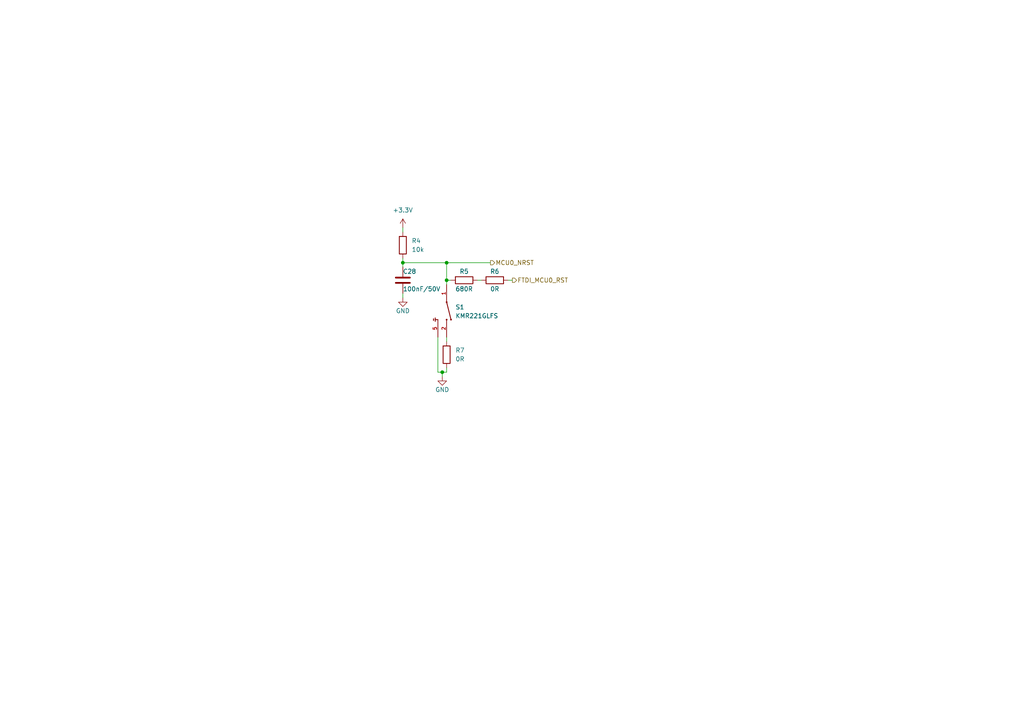
<source format=kicad_sch>
(kicad_sch (version 20230121) (generator eeschema)
  (paper "A4")
  (title_block (title "MCU0 reset") (date "2023-12-29") (rev "V1.0") (company "Valais Wallis Racing Team") (comment 1 "Bétrisey Mattia"))
  (lib_symbols
    (symbol "Device:C" (pin_numbers hide) (pin_names (offset 0.254))
      (property "Reference" "C" (at 0.635 2.54 0))
      (property "Value" "C" (at 0.635 -2.54 0))
      (symbol "C_0_1"
        (polyline (pts (xy -2.032 -0.762) (xy 2.032 -0.762)) (stroke (width 0.508)))
        (polyline (pts (xy -2.032 0.762) (xy 2.032 0.762)) (stroke (width 0.508)))
      )
      (symbol "C_1_1"
        (pin passive line (at 0 3.81 270) (length 2.794) (name "~") (number "1"))
        (pin passive line (at 0 -3.81 90) (length 2.794) (name "~") (number "2"))
      )
    )
    (symbol "Device:R" (pin_numbers hide) (pin_names (offset 0))
      (property "Reference" "R" (at 2.032 0 90))
      (property "Value" "R" (at 0 0 90))
      (symbol "R_0_1"
        (rectangle (start -1.016 -2.54) (end 1.016 2.54) (stroke (width 0.254)))
      )
      (symbol "R_1_1"
        (pin passive line (at 0 3.81 270) (length 1.27) (name "~") (number "1"))
        (pin passive line (at 0 -3.81 90) (length 1.27) (name "~") (number "2"))
      )
    )
    (symbol "KMR221GLFS:KMR221GLFS" (pin_names (offset 1.016))
      (property "Reference" "S" (at -2.5401 2.2861 0))
      (property "Value" "KMR221GLFS" (at -2.7973 -6.3576 0))
      (symbol "KMR221GLFS_0_0"
        (circle (center -2.54 0) (radius 0.127) (stroke (width 0.254)))
        (polyline (pts (xy -2.54 0) (xy 2.54 1.27)) (stroke (width 0.254)))
        (polyline (pts (xy 2.286 -3.81) (xy 2.794 -3.81)) (stroke (width 0.254)))
        (polyline (pts (xy 2.54 -3.302) (xy 2.032 -3.302)) (stroke (width 0.254)))
        (polyline (pts (xy 2.54 -3.302) (xy 3.048 -3.302)) (stroke (width 0.254)))
        (polyline (pts (xy 2.54 -2.54) (xy 2.54 -3.302)) (stroke (width 0.254)))
        (circle (center 2.54 0) (radius 0.127) (stroke (width 0.254)))
        (circle (center 2.54 1.27) (radius 0.127) (stroke (width 0.254)))
        (pin passive line (at -7.62 0 0) (length 5.08) (name "~") (number "1"))
        (pin passive line (at 7.62 0 180) (length 5.08) (name "~") (number "2"))
        (pin passive line (at 7.62 -2.54 180) (length 5.08) (name "~") (number "5"))
      )
    )
    (symbol "bmsPower_Symbols:+3V3_0" (power) (in_bom no) (on_board no)
      (property "Value" "+3V3_0" (at 0 3.302 0))
      (symbol "+3V3_0_0_1"
        (polyline (pts (xy -0.762 1.27) (xy 0 2.54)))
        (polyline (pts (xy 0 0) (xy 0 2.54)))
        (polyline (pts (xy 0 2.54) (xy 0.762 1.27)))
      )
      (symbol "+3V3_0_1_1"
        (pin power_in line (at 0 0 90) (length 0) hide (name "+3.3V") (number "1"))
      )
    )
    (symbol "bmsPower_Symbols:GND_0" (power) (in_bom no) (on_board no)
      (property "Value" "GND_0" (at 0 -4.064 0))
      (symbol "GND_0_0_1"
        (polyline (pts (xy 0 0) (xy 0 -1.27) (xy 1.27 -1.27) (xy 0 -2.54) (xy -1.27 -1.27) (xy 0 -1.27)))
      )
      (symbol "GND_0_1_1"
        (pin power_in line (at 0 0 270) (length 0) hide (name "GND") (number "1"))
      )
    )
  )
  (junction (at 128.27 107.95))
  (junction (at 129.54 81.28))
  (junction (at 129.54 76.2))
  (junction (at 116.84 76.2))
  (wire (pts (xy 129.54 97.79) (xy 129.54 99.06)))
  (wire (pts (xy 129.54 81.28) (xy 129.54 82.55)))
  (wire (pts (xy 129.54 81.28) (xy 130.81 81.28)))
  (wire (pts (xy 116.84 66.04) (xy 116.84 67.31)))
  (wire (pts (xy 116.84 85.09) (xy 116.84 86.36)))
  (wire (pts (xy 116.84 74.93) (xy 116.84 76.2)))
  (wire (pts (xy 128.27 107.95) (xy 129.54 107.95)))
  (wire (pts (xy 147.32 81.28) (xy 148.59 81.28)))
  (wire (pts (xy 128.27 107.95) (xy 128.27 109.22)))
  (wire (pts (xy 116.84 76.2) (xy 129.54 76.2)))
  (wire (pts (xy 129.54 106.68) (xy 129.54 107.95)))
  (wire (pts (xy 129.54 76.2) (xy 129.54 81.28)))
  (wire (pts (xy 128.27 107.95) (xy 127 107.95)))
  (wire (pts (xy 127 107.95) (xy 127 97.79)))
  (wire (pts (xy 129.54 76.2) (xy 142.24 76.2)))
  (wire (pts (xy 138.43 81.28) (xy 139.7 81.28)))
  (wire (pts (xy 116.84 76.2) (xy 116.84 77.47)))
  (hierarchical_label "FTDI_MCU0_RST" (shape output) (at 148.59 81.28 0))
  (hierarchical_label "MCU0_NRST" (shape output) (at 142.24 76.2 0))
  (symbol (lib_id "bmsPower_Symbols:GND_0") (at 116.84 86.36 0) (unit 1) (in_bom no) (on_board no)
    (property "Reference" "#PWR022" (effects hide))
    (property "Value" "GND_0" (at 116.84 90.17 0))
  )
  (symbol (lib_id "Device:R") (at 143.51 81.28 90) (unit 1)
    (property "Reference" "R6" (at 143.51 78.74 90))
    (property "Value" "0R" (at 143.51 83.82 90))
    (property "Footprint" "Resistor_SMD:R_0603_1608Metric" (effects hide))
  )
  (symbol (lib_id "Device:R") (at 116.84 71.12 0) (unit 1)
    (property "Reference" "R4" (at 119.38 69.85 0) (effects (justify left)))
    (property "Value" "10k" (at 119.38 72.39 0) (effects (justify left)))
    (property "Footprint" "Resistor_SMD:R_0603_1608Metric" (effects hide))
  )
  (symbol (lib_id "Device:R") (at 129.54 102.87 0) (unit 1)
    (property "Reference" "R7" (at 132.08 101.6 0) (effects (justify left)))
    (property "Value" "0R" (at 132.08 104.14 0) (effects (justify left)))
    (property "Footprint" "Resistor_SMD:R_0603_1608Metric" (effects hide))
  )
  (symbol (lib_id "bmsPower_Symbols:GND_0") (at 128.27 109.22 0) (unit 1) (in_bom no) (on_board no)
    (property "Reference" "#PWR023" (effects hide))
    (property "Value" "GND_0" (at 128.27 113.03 0))
  )
  (symbol (lib_id "KMR221GLFS:KMR221GLFS") (at 129.54 90.17 270) (unit 1)
    (property "Reference" "S1" (at 132.08 89.0905 90) (effects (justify left)))
    (property "Value" "KMR221GLFS" (at 132.08 91.6305 90) (effects (justify left)))
    (property "Footprint" "KMR221GLFS:SW_KMR221GLFS" (effects hide))
    (property "MF" "C&K" (effects hide))
    (property "Description" "\nTactile Switch SPST-NO Top Actuated Surface Mount\n" (effects hide))
    (property "Package" "None" (effects hide))
    (property "Price" "None" (effects hide))
    (property "Check_prices" "https://www.snapeda.com/parts/KMR221GLFS/C%2526K/view-part/?ref=eda" (effects hide))
    (property "SnapEDA_Link" "https://www.snapeda.com/parts/KMR221GLFS/C%2526K/view-part/?ref=snap" (effects hide))
    (property "MP" "KMR221GLFS" (effects hide))
    (property "Purchase-URL" "https://www.snapeda.com/api/url_track_click_mouser/?unipart_id=347724&manufacturer=C&amp;K&part_name=KMR221GLFS&search_term=None" (effects hide))
    (property "Availability" "In Stock" (effects hide))
    (property "MANUFACTURER" "CnK" (effects hide))
  )
  (symbol (lib_id "Device:C") (at 116.84 81.28 0) (unit 1)
    (property "Reference" "C28" (at 116.84 78.74 0) (effects (justify left)))
    (property "Value" "100nF/50V" (at 116.84 83.82 0) (effects (justify left)))
    (property "Footprint" "Capacitor_SMD:C_0603_1608Metric" (effects hide))
  )
  (symbol (lib_id "Device:R") (at 134.62 81.28 90) (unit 1)
    (property "Reference" "R5" (at 134.62 78.74 90))
    (property "Value" "680R" (at 134.62 83.82 90))
    (property "Footprint" "Resistor_SMD:R_0603_1608Metric" (effects hide))
  )
  (symbol (lib_id "bmsPower_Symbols:+3V3_0") (at 116.84 66.04 0) (unit 1) (in_bom no) (on_board no)
    (property "Reference" "#PWR021" (effects hide))
    (property "Value" "+3V3_0" (at 116.84 60.96 0))
  )
)
</source>
